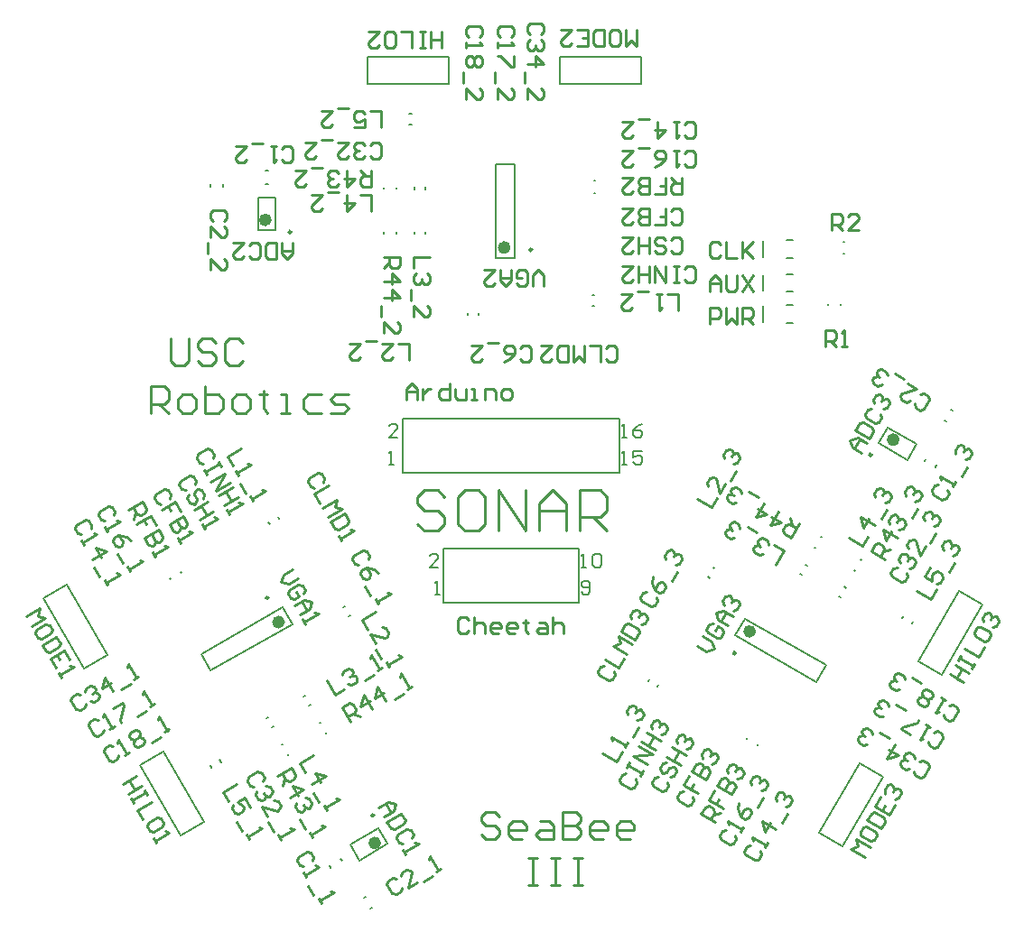
<source format=gto>
%FSLAX23Y23*%
%MOIN*%
G70*
G01*
G75*
G04 Layer_Color=65535*
%ADD10R,0.057X0.065*%
G04:AMPARAMS|DCode=11|XSize=14mil|YSize=87mil|CornerRadius=0mil|HoleSize=0mil|Usage=FLASHONLY|Rotation=30.000|XOffset=0mil|YOffset=0mil|HoleType=Round|Shape=Rectangle|*
%AMROTATEDRECTD11*
4,1,4,0.016,-0.041,-0.028,0.034,-0.016,0.041,0.028,-0.034,0.016,-0.041,0.0*
%
%ADD11ROTATEDRECTD11*%

G04:AMPARAMS|DCode=12|XSize=55mil|YSize=47mil|CornerRadius=0mil|HoleSize=0mil|Usage=FLASHONLY|Rotation=210.000|XOffset=0mil|YOffset=0mil|HoleType=Round|Shape=Rectangle|*
%AMROTATEDRECTD12*
4,1,4,0.012,0.034,0.036,-0.007,-0.012,-0.034,-0.036,0.007,0.012,0.034,0.0*
%
%ADD12ROTATEDRECTD12*%

G04:AMPARAMS|DCode=13|XSize=12mil|YSize=35mil|CornerRadius=0mil|HoleSize=0mil|Usage=FLASHONLY|Rotation=30.000|XOffset=0mil|YOffset=0mil|HoleType=Round|Shape=Rectangle|*
%AMROTATEDRECTD13*
4,1,4,0.004,-0.018,-0.014,0.012,-0.004,0.018,0.014,-0.012,0.004,-0.018,0.0*
%
%ADD13ROTATEDRECTD13*%

G04:AMPARAMS|DCode=14|XSize=47mil|YSize=31mil|CornerRadius=0mil|HoleSize=0mil|Usage=FLASHONLY|Rotation=210.000|XOffset=0mil|YOffset=0mil|HoleType=Round|Shape=Rectangle|*
%AMROTATEDRECTD14*
4,1,4,0.013,0.025,0.028,-0.002,-0.013,-0.025,-0.028,0.002,0.013,0.025,0.0*
%
%ADD14ROTATEDRECTD14*%

G04:AMPARAMS|DCode=15|XSize=53mil|YSize=41mil|CornerRadius=0mil|HoleSize=0mil|Usage=FLASHONLY|Rotation=210.000|XOffset=0mil|YOffset=0mil|HoleType=Round|Shape=Rectangle|*
%AMROTATEDRECTD15*
4,1,4,0.013,0.031,0.033,-0.005,-0.013,-0.031,-0.033,0.005,0.013,0.031,0.0*
%
%ADD15ROTATEDRECTD15*%

G04:AMPARAMS|DCode=16|XSize=59mil|YSize=49mil|CornerRadius=0mil|HoleSize=0mil|Usage=FLASHONLY|Rotation=210.000|XOffset=0mil|YOffset=0mil|HoleType=Round|Shape=Rectangle|*
%AMROTATEDRECTD16*
4,1,4,0.013,0.036,0.038,-0.007,-0.013,-0.036,-0.038,0.007,0.013,0.036,0.0*
%
%ADD16ROTATEDRECTD16*%

G04:AMPARAMS|DCode=17|XSize=59mil|YSize=49mil|CornerRadius=0mil|HoleSize=0mil|Usage=FLASHONLY|Rotation=300.000|XOffset=0mil|YOffset=0mil|HoleType=Round|Shape=Rectangle|*
%AMROTATEDRECTD17*
4,1,4,-0.036,0.013,0.007,0.038,0.036,-0.013,-0.007,-0.038,-0.036,0.013,0.0*
%
%ADD17ROTATEDRECTD17*%

%ADD18R,0.055X0.047*%
G04:AMPARAMS|DCode=19|XSize=55mil|YSize=47mil|CornerRadius=0mil|HoleSize=0mil|Usage=FLASHONLY|Rotation=120.000|XOffset=0mil|YOffset=0mil|HoleType=Round|Shape=Rectangle|*
%AMROTATEDRECTD19*
4,1,4,0.034,-0.012,-0.007,-0.036,-0.034,0.012,0.007,0.036,0.034,-0.012,0.0*
%
%ADD19ROTATEDRECTD19*%

G04:AMPARAMS|DCode=20|XSize=55mil|YSize=47mil|CornerRadius=0mil|HoleSize=0mil|Usage=FLASHONLY|Rotation=240.000|XOffset=0mil|YOffset=0mil|HoleType=Round|Shape=Rectangle|*
%AMROTATEDRECTD20*
4,1,4,-0.007,0.036,0.034,0.012,0.007,-0.036,-0.034,-0.012,-0.007,0.036,0.0*
%
%ADD20ROTATEDRECTD20*%

%ADD21R,0.047X0.055*%
G04:AMPARAMS|DCode=22|XSize=55mil|YSize=47mil|CornerRadius=0mil|HoleSize=0mil|Usage=FLASHONLY|Rotation=330.000|XOffset=0mil|YOffset=0mil|HoleType=Round|Shape=Rectangle|*
%AMROTATEDRECTD22*
4,1,4,-0.036,-0.007,-0.012,0.034,0.036,0.007,0.012,-0.034,-0.036,-0.007,0.0*
%
%ADD22ROTATEDRECTD22*%

%ADD23R,0.035X0.012*%
G04:AMPARAMS|DCode=24|XSize=12mil|YSize=35mil|CornerRadius=0mil|HoleSize=0mil|Usage=FLASHONLY|Rotation=150.000|XOffset=0mil|YOffset=0mil|HoleType=Round|Shape=Rectangle|*
%AMROTATEDRECTD24*
4,1,4,0.014,0.012,-0.004,-0.018,-0.014,-0.012,0.004,0.018,0.014,0.012,0.0*
%
%ADD24ROTATEDRECTD24*%

%ADD25R,0.053X0.041*%
G04:AMPARAMS|DCode=26|XSize=53mil|YSize=41mil|CornerRadius=0mil|HoleSize=0mil|Usage=FLASHONLY|Rotation=120.000|XOffset=0mil|YOffset=0mil|HoleType=Round|Shape=Rectangle|*
%AMROTATEDRECTD26*
4,1,4,0.031,-0.013,-0.005,-0.033,-0.031,0.013,0.005,0.033,0.031,-0.013,0.0*
%
%ADD26ROTATEDRECTD26*%

G04:AMPARAMS|DCode=27|XSize=53mil|YSize=41mil|CornerRadius=0mil|HoleSize=0mil|Usage=FLASHONLY|Rotation=240.000|XOffset=0mil|YOffset=0mil|HoleType=Round|Shape=Rectangle|*
%AMROTATEDRECTD27*
4,1,4,-0.005,0.033,0.031,0.013,0.005,-0.033,-0.031,-0.013,-0.005,0.033,0.0*
%
%ADD27ROTATEDRECTD27*%

%ADD28R,0.047X0.031*%
G04:AMPARAMS|DCode=29|XSize=47mil|YSize=31mil|CornerRadius=0mil|HoleSize=0mil|Usage=FLASHONLY|Rotation=300.000|XOffset=0mil|YOffset=0mil|HoleType=Round|Shape=Rectangle|*
%AMROTATEDRECTD29*
4,1,4,-0.025,0.013,0.002,0.028,0.025,-0.013,-0.002,-0.028,-0.025,0.013,0.0*
%
%ADD29ROTATEDRECTD29*%

G04:AMPARAMS|DCode=30|XSize=47mil|YSize=31mil|CornerRadius=0mil|HoleSize=0mil|Usage=FLASHONLY|Rotation=60.000|XOffset=0mil|YOffset=0mil|HoleType=Round|Shape=Rectangle|*
%AMROTATEDRECTD30*
4,1,4,0.002,-0.028,-0.025,-0.013,-0.002,0.028,0.025,0.013,0.002,-0.028,0.0*
%
%ADD30ROTATEDRECTD30*%

%ADD31R,0.059X0.049*%
%ADD32R,0.049X0.059*%
G04:AMPARAMS|DCode=33|XSize=59mil|YSize=49mil|CornerRadius=0mil|HoleSize=0mil|Usage=FLASHONLY|Rotation=60.000|XOffset=0mil|YOffset=0mil|HoleType=Round|Shape=Rectangle|*
%AMROTATEDRECTD33*
4,1,4,0.007,-0.038,-0.036,-0.013,-0.007,0.038,0.036,0.013,0.007,-0.038,0.0*
%
%ADD33ROTATEDRECTD33*%

G04:AMPARAMS|DCode=34|XSize=59mil|YSize=49mil|CornerRadius=0mil|HoleSize=0mil|Usage=FLASHONLY|Rotation=150.000|XOffset=0mil|YOffset=0mil|HoleType=Round|Shape=Rectangle|*
%AMROTATEDRECTD34*
4,1,4,0.038,0.007,0.013,-0.036,-0.038,-0.007,-0.013,0.036,0.038,0.007,0.0*
%
%ADD34ROTATEDRECTD34*%

%ADD35R,0.087X0.014*%
G04:AMPARAMS|DCode=36|XSize=14mil|YSize=87mil|CornerRadius=0mil|HoleSize=0mil|Usage=FLASHONLY|Rotation=150.000|XOffset=0mil|YOffset=0mil|HoleType=Round|Shape=Rectangle|*
%AMROTATEDRECTD36*
4,1,4,0.028,0.034,-0.016,-0.041,-0.028,-0.034,0.016,0.041,0.028,0.034,0.0*
%
%ADD36ROTATEDRECTD36*%

G04:AMPARAMS|DCode=37|XSize=47mil|YSize=31mil|CornerRadius=0mil|HoleSize=0mil|Usage=FLASHONLY|Rotation=330.000|XOffset=0mil|YOffset=0mil|HoleType=Round|Shape=Rectangle|*
%AMROTATEDRECTD37*
4,1,4,-0.028,-0.002,-0.013,0.025,0.028,0.002,0.013,-0.025,-0.028,-0.002,0.0*
%
%ADD37ROTATEDRECTD37*%

G04:AMPARAMS|DCode=38|XSize=53mil|YSize=41mil|CornerRadius=0mil|HoleSize=0mil|Usage=FLASHONLY|Rotation=330.000|XOffset=0mil|YOffset=0mil|HoleType=Round|Shape=Rectangle|*
%AMROTATEDRECTD38*
4,1,4,-0.033,-0.005,-0.013,0.031,0.033,0.005,0.013,-0.031,-0.033,-0.005,0.0*
%
%ADD38ROTATEDRECTD38*%

%ADD39R,0.031X0.047*%
%ADD40R,0.041X0.053*%
%ADD41C,0.010*%
%ADD42C,0.130*%
%ADD43C,0.060*%
%ADD44P,0.084X4X165.0*%
%ADD45C,0.059*%
%ADD46R,0.059X0.059*%
%ADD47P,0.084X4X285.0*%
%ADD48C,0.050*%
%ADD49R,0.045X0.024*%
%ADD50R,0.077X0.049*%
%ADD51R,0.049X0.077*%
%ADD52C,0.024*%
%ADD53C,0.010*%
%ADD54C,0.008*%
%ADD55C,0.008*%
D41*
X10735Y1710D02*
X10768D01*
X10752D01*
Y1610D01*
X10735D01*
X10768D01*
X10818Y1710D02*
X10852D01*
X10835D01*
Y1610D01*
X10818D01*
X10852D01*
X10902Y1710D02*
X10935D01*
X10918D01*
Y1610D01*
X10902D01*
X10935D01*
X10627Y1863D02*
X10610Y1880D01*
X10577D01*
X10560Y1863D01*
Y1847D01*
X10577Y1830D01*
X10610D01*
X10627Y1813D01*
Y1797D01*
X10610Y1780D01*
X10577D01*
X10560Y1797D01*
X10710Y1780D02*
X10677D01*
X10660Y1797D01*
Y1830D01*
X10677Y1847D01*
X10710D01*
X10727Y1830D01*
Y1813D01*
X10660D01*
X10777Y1847D02*
X10810D01*
X10827Y1830D01*
Y1780D01*
X10777D01*
X10760Y1797D01*
X10777Y1813D01*
X10827D01*
X10860Y1880D02*
Y1780D01*
X10910D01*
X10927Y1797D01*
Y1813D01*
X10910Y1830D01*
X10860D01*
X10910D01*
X10927Y1847D01*
Y1863D01*
X10910Y1880D01*
X10860D01*
X11010Y1780D02*
X10977D01*
X10960Y1797D01*
Y1830D01*
X10977Y1847D01*
X11010D01*
X11027Y1830D01*
Y1813D01*
X10960D01*
X11110Y1780D02*
X11076D01*
X11060Y1797D01*
Y1830D01*
X11076Y1847D01*
X11110D01*
X11126Y1830D01*
Y1813D01*
X11060D01*
X9340Y3355D02*
Y3455D01*
X9390D01*
X9407Y3438D01*
Y3405D01*
X9390Y3388D01*
X9340D01*
X9373D02*
X9407Y3355D01*
X9457D02*
X9490D01*
X9507Y3372D01*
Y3405D01*
X9490Y3422D01*
X9457D01*
X9440Y3405D01*
Y3372D01*
X9457Y3355D01*
X9540Y3455D02*
Y3355D01*
X9590D01*
X9607Y3372D01*
Y3388D01*
Y3405D01*
X9590Y3422D01*
X9540D01*
X9657Y3355D02*
X9690D01*
X9707Y3372D01*
Y3405D01*
X9690Y3422D01*
X9657D01*
X9640Y3405D01*
Y3372D01*
X9657Y3355D01*
X9757Y3438D02*
Y3422D01*
X9740D01*
X9773D01*
X9757D01*
Y3372D01*
X9773Y3355D01*
X9823D02*
X9856D01*
X9840D01*
Y3422D01*
X9823D01*
X9973D02*
X9923D01*
X9906Y3405D01*
Y3372D01*
X9923Y3355D01*
X9973D01*
X10006D02*
X10056D01*
X10073Y3372D01*
X10056Y3388D01*
X10023D01*
X10006Y3405D01*
X10023Y3422D01*
X10073D01*
X9415Y3630D02*
Y3547D01*
X9432Y3530D01*
X9465D01*
X9482Y3547D01*
Y3630D01*
X9582Y3613D02*
X9565Y3630D01*
X9532D01*
X9515Y3613D01*
Y3597D01*
X9532Y3580D01*
X9565D01*
X9582Y3563D01*
Y3547D01*
X9565Y3530D01*
X9532D01*
X9515Y3547D01*
X9682Y3613D02*
X9665Y3630D01*
X9632D01*
X9615Y3613D01*
Y3547D01*
X9632Y3530D01*
X9665D01*
X9682Y3547D01*
X10425Y3045D02*
X10400Y3070D01*
X10350D01*
X10325Y3045D01*
Y3020D01*
X10350Y2995D01*
X10400D01*
X10425Y2970D01*
Y2945D01*
X10400Y2920D01*
X10350D01*
X10325Y2945D01*
X10550Y3070D02*
X10500D01*
X10475Y3045D01*
Y2945D01*
X10500Y2920D01*
X10550D01*
X10575Y2945D01*
Y3045D01*
X10550Y3070D01*
X10625Y2920D02*
Y3070D01*
X10725Y2920D01*
Y3070D01*
X10775Y2920D02*
Y3020D01*
X10825Y3070D01*
X10875Y3020D01*
Y2920D01*
Y2995D01*
X10775D01*
X10925Y2920D02*
Y3070D01*
X11000D01*
X11025Y3045D01*
Y2995D01*
X11000Y2970D01*
X10925D01*
X10975D02*
X11025Y2920D01*
X11405Y3805D02*
Y3845D01*
X11425Y3865D01*
X11445Y3845D01*
Y3805D01*
Y3835D01*
X11405D01*
X11465Y3865D02*
Y3815D01*
X11475Y3805D01*
X11495D01*
X11505Y3815D01*
Y3865D01*
X11525D02*
X11565Y3805D01*
Y3865D02*
X11525Y3805D01*
X11405Y3685D02*
Y3745D01*
X11435D01*
X11445Y3735D01*
Y3715D01*
X11435Y3705D01*
X11405D01*
X11465Y3745D02*
Y3685D01*
X11485Y3705D01*
X11505Y3685D01*
Y3745D01*
X11525Y3685D02*
Y3745D01*
X11555D01*
X11565Y3735D01*
Y3715D01*
X11555Y3705D01*
X11525D01*
X11545D02*
X11565Y3685D01*
X11445Y3977D02*
X11435Y3987D01*
X11415D01*
X11405Y3977D01*
Y3937D01*
X11415Y3927D01*
X11435D01*
X11445Y3937D01*
X11465Y3987D02*
Y3927D01*
X11505D01*
X11525Y3987D02*
Y3927D01*
Y3947D01*
X11565Y3987D01*
X11535Y3957D01*
X11565Y3927D01*
X9147Y2219D02*
X9133Y2223D01*
X9116Y2213D01*
X9112Y2199D01*
X9132Y2165D01*
X9146Y2161D01*
X9163Y2171D01*
X9167Y2185D01*
X9189Y2186D02*
X9207Y2196D01*
X9198Y2191D01*
X9168Y2243D01*
X9164Y2229D01*
X9203Y2263D02*
X9237Y2283D01*
X9242Y2274D01*
X9228Y2220D01*
X9233Y2211D01*
X9290Y2232D02*
X9324Y2252D01*
X9337Y2271D02*
X9354Y2281D01*
X9345Y2276D01*
X9315Y2328D01*
X9312Y2314D01*
X9202Y2124D02*
X9188Y2128D01*
X9171Y2118D01*
X9167Y2104D01*
X9187Y2069D01*
X9201Y2066D01*
X9218Y2076D01*
X9222Y2089D01*
X9244Y2091D02*
X9262Y2101D01*
X9253Y2096D01*
X9223Y2148D01*
X9219Y2134D01*
X9263Y2159D02*
X9266Y2173D01*
X9284Y2183D01*
X9297Y2179D01*
X9302Y2170D01*
X9299Y2157D01*
X9312Y2153D01*
X9317Y2144D01*
X9314Y2131D01*
X9296Y2121D01*
X9283Y2124D01*
X9278Y2133D01*
X9281Y2147D01*
X9268Y2150D01*
X9263Y2159D01*
X9281Y2147D02*
X9299Y2157D01*
X9345Y2137D02*
X9379Y2157D01*
X9392Y2176D02*
X9409Y2186D01*
X9400Y2181D01*
X9370Y2233D01*
X9367Y2219D01*
X9756Y1994D02*
X9760Y2008D01*
X9750Y2025D01*
X9736Y2029D01*
X9702Y2009D01*
X9698Y1995D01*
X9708Y1978D01*
X9722Y1974D01*
X9766Y1977D02*
X9780Y1973D01*
X9790Y1956D01*
X9786Y1942D01*
X9778Y1937D01*
X9764Y1941D01*
X9759Y1949D01*
X9764Y1941D01*
X9760Y1927D01*
X9752Y1922D01*
X9738Y1926D01*
X9728Y1943D01*
X9732Y1957D01*
X9773Y1865D02*
X9753Y1900D01*
X9808Y1885D01*
X9816Y1890D01*
X9820Y1904D01*
X9810Y1921D01*
X9796Y1925D01*
X9774Y1843D02*
X9794Y1808D01*
X9813Y1796D02*
X9823Y1778D01*
X9818Y1787D01*
X9870Y1817D01*
X9856Y1821D01*
X9413Y3038D02*
X9416Y3052D01*
X9406Y3069D01*
X9393Y3073D01*
X9358Y3053D01*
X9355Y3039D01*
X9365Y3022D01*
X9378Y3018D01*
X9451Y2991D02*
X9431Y3026D01*
X9406Y3011D01*
X9416Y2993D01*
X9406Y3011D01*
X9380Y2996D01*
X9461Y2974D02*
X9410Y2944D01*
X9425Y2918D01*
X9438Y2914D01*
X9447Y2919D01*
X9451Y2933D01*
X9436Y2959D01*
X9451Y2933D01*
X9464Y2929D01*
X9473Y2934D01*
X9476Y2948D01*
X9461Y2974D01*
X9440Y2892D02*
X9450Y2875D01*
X9445Y2883D01*
X9496Y2913D01*
X9483Y2917D01*
X9571Y3187D02*
X9575Y3201D01*
X9565Y3218D01*
X9551Y3222D01*
X9516Y3202D01*
X9513Y3188D01*
X9523Y3171D01*
X9536Y3167D01*
X9590Y3175D02*
X9600Y3157D01*
X9595Y3166D01*
X9543Y3136D01*
X9538Y3145D01*
X9548Y3127D01*
X9563Y3101D02*
X9615Y3131D01*
X9583Y3067D01*
X9635Y3097D01*
X9645Y3079D02*
X9593Y3049D01*
X9619Y3064D01*
X9639Y3030D01*
X9665Y3045D01*
X9613Y3015D01*
X9623Y2998D02*
X9633Y2980D01*
X9628Y2989D01*
X9680Y3019D01*
X9666Y3023D01*
X9979Y3098D02*
X9983Y3112D01*
X9973Y3129D01*
X9959Y3133D01*
X9924Y3113D01*
X9921Y3099D01*
X9931Y3082D01*
X9944Y3078D01*
X9998Y3086D02*
X9946Y3056D01*
X9966Y3021D01*
X9976Y3004D02*
X10028Y3034D01*
X10020Y3007D01*
X10048Y2999D01*
X9996Y2969D01*
X10058Y2982D02*
X10006Y2952D01*
X10021Y2926D01*
X10034Y2922D01*
X10069Y2942D01*
X10073Y2956D01*
X10058Y2982D01*
X10036Y2900D02*
X10046Y2883D01*
X10041Y2891D01*
X10093Y2921D01*
X10079Y2925D01*
X9505Y3090D02*
X9508Y3104D01*
X9498Y3121D01*
X9485Y3124D01*
X9450Y3104D01*
X9446Y3091D01*
X9456Y3074D01*
X9470Y3070D01*
X9535Y3038D02*
X9538Y3052D01*
X9528Y3069D01*
X9515Y3073D01*
X9506Y3068D01*
X9502Y3054D01*
X9512Y3037D01*
X9509Y3023D01*
X9500Y3018D01*
X9486Y3022D01*
X9476Y3039D01*
X9480Y3053D01*
X9553Y3026D02*
X9501Y2996D01*
X9527Y3011D01*
X9547Y2976D01*
X9573Y2991D01*
X9521Y2961D01*
X9531Y2944D02*
X9541Y2926D01*
X9536Y2935D01*
X9588Y2965D01*
X9575Y2969D01*
X9676Y3223D02*
X9624Y3193D01*
X9644Y3159D01*
X9654Y3141D02*
X9664Y3124D01*
X9659Y3133D01*
X9711Y3163D01*
X9697Y3166D01*
X9670Y3093D02*
X9690Y3058D01*
X9709Y3046D02*
X9719Y3029D01*
X9714Y3037D01*
X9766Y3067D01*
X9752Y3071D01*
X9658Y1984D02*
X9607Y1954D01*
X9627Y1919D01*
X9708Y1897D02*
X9688Y1932D01*
X9662Y1917D01*
X9681Y1904D01*
X9686Y1896D01*
X9682Y1882D01*
X9665Y1872D01*
X9652Y1876D01*
X9642Y1893D01*
X9645Y1907D01*
X9658Y1845D02*
X9678Y1810D01*
X9696Y1798D02*
X9706Y1780D01*
X9701Y1789D01*
X9753Y1819D01*
X9740Y1823D01*
X9258Y2996D02*
X9310Y3026D01*
X9325Y3000D01*
X9321Y2986D01*
X9304Y2976D01*
X9290Y2980D01*
X9275Y3006D01*
X9285Y2989D02*
X9278Y2961D01*
X9360Y2939D02*
X9340Y2974D01*
X9314Y2959D01*
X9324Y2942D01*
X9314Y2959D01*
X9288Y2944D01*
X9370Y2922D02*
X9318Y2892D01*
X9333Y2866D01*
X9347Y2862D01*
X9355Y2867D01*
X9359Y2881D01*
X9344Y2907D01*
X9359Y2881D01*
X9373Y2877D01*
X9381Y2882D01*
X9385Y2896D01*
X9370Y2922D01*
X9348Y2840D02*
X9358Y2823D01*
X9353Y2831D01*
X9405Y2861D01*
X9391Y2865D01*
X10183Y1897D02*
X10217Y1917D01*
X10245Y1910D01*
X10237Y1883D01*
X10203Y1863D01*
X10229Y1878D01*
X10209Y1912D01*
X10265Y1875D02*
X10213Y1845D01*
X10228Y1819D01*
X10241Y1816D01*
X10276Y1836D01*
X10280Y1849D01*
X10265Y1875D01*
X10306Y1784D02*
X10310Y1797D01*
X10300Y1815D01*
X10286Y1818D01*
X10251Y1798D01*
X10248Y1785D01*
X10258Y1767D01*
X10271Y1764D01*
X10273Y1741D02*
X10283Y1724D01*
X10278Y1733D01*
X10330Y1763D01*
X10316Y1766D01*
X9865Y3985D02*
Y3945D01*
X9845Y3925D01*
X9825Y3945D01*
Y3985D01*
Y3955D01*
X9865D01*
X9805Y3925D02*
Y3985D01*
X9775D01*
X9765Y3975D01*
Y3935D01*
X9775Y3925D01*
X9805D01*
X9705Y3935D02*
X9715Y3925D01*
X9735D01*
X9745Y3935D01*
Y3975D01*
X9735Y3985D01*
X9715D01*
X9705Y3975D01*
X9645Y3985D02*
X9685D01*
X9645Y3945D01*
Y3935D01*
X9655Y3925D01*
X9675D01*
X9685Y3935D01*
X11964Y3208D02*
X11930Y3228D01*
X11922Y3255D01*
X11950Y3262D01*
X11984Y3242D01*
X11958Y3257D01*
X11938Y3223D01*
X11942Y3290D02*
X11994Y3260D01*
X12009Y3286D01*
X12006Y3299D01*
X11971Y3319D01*
X11957Y3316D01*
X11942Y3290D01*
X12001Y3371D02*
X11987Y3368D01*
X11977Y3350D01*
X11981Y3337D01*
X12016Y3317D01*
X12029Y3320D01*
X12039Y3338D01*
X12036Y3351D01*
X12011Y3389D02*
X12007Y3402D01*
X12017Y3420D01*
X12031Y3423D01*
X12040Y3418D01*
X12043Y3405D01*
X12038Y3396D01*
X12043Y3405D01*
X12057Y3408D01*
X12066Y3403D01*
X12069Y3390D01*
X12059Y3372D01*
X12046Y3369D01*
X10285Y3405D02*
Y3445D01*
X10305Y3465D01*
X10325Y3445D01*
Y3405D01*
Y3435D01*
X10285D01*
X10345Y3445D02*
Y3405D01*
Y3425D01*
X10355Y3435D01*
X10365Y3445D01*
X10375D01*
X10445Y3465D02*
Y3405D01*
X10415D01*
X10405Y3415D01*
Y3435D01*
X10415Y3445D01*
X10445D01*
X10465D02*
Y3415D01*
X10475Y3405D01*
X10505D01*
Y3445D01*
X10525Y3405D02*
X10545D01*
X10535D01*
Y3445D01*
X10525D01*
X10575Y3405D02*
Y3445D01*
X10605D01*
X10615Y3435D01*
Y3405D01*
X10645D02*
X10665D01*
X10675Y3415D01*
Y3435D01*
X10665Y3445D01*
X10645D01*
X10635Y3435D01*
Y3415D01*
X10645Y3405D01*
X9939Y1699D02*
X9943Y1713D01*
X9933Y1730D01*
X9919Y1734D01*
X9885Y1714D01*
X9881Y1700D01*
X9891Y1683D01*
X9905Y1679D01*
X9906Y1657D02*
X9916Y1639D01*
X9911Y1648D01*
X9963Y1678D01*
X9949Y1682D01*
X9922Y1608D02*
X9942Y1574D01*
X9961Y1561D02*
X9971Y1544D01*
X9966Y1553D01*
X10018Y1583D01*
X10004Y1586D01*
X9825Y4290D02*
X9835Y4280D01*
X9855D01*
X9865Y4290D01*
Y4330D01*
X9855Y4340D01*
X9835D01*
X9825Y4330D01*
X9805Y4340D02*
X9785D01*
X9795D01*
Y4280D01*
X9805Y4290D01*
X9755Y4350D02*
X9715D01*
X9655Y4340D02*
X9695D01*
X9655Y4300D01*
Y4290D01*
X9665Y4280D01*
X9685D01*
X9695Y4290D01*
X12248Y3090D02*
X12235Y3086D01*
X12225Y3069D01*
X12228Y3055D01*
X12263Y3035D01*
X12277Y3039D01*
X12287Y3056D01*
X12283Y3070D01*
X12302Y3082D02*
X12312Y3100D01*
X12307Y3091D01*
X12255Y3121D01*
X12258Y3107D01*
X12335Y3121D02*
X12355Y3155D01*
X12313Y3202D02*
X12310Y3216D01*
X12320Y3233D01*
X12333Y3237D01*
X12342Y3232D01*
X12346Y3218D01*
X12341Y3210D01*
X12346Y3218D01*
X12359Y3222D01*
X12368Y3217D01*
X12372Y3203D01*
X12362Y3186D01*
X12348Y3182D01*
X10248Y1635D02*
X10234Y1638D01*
X10217Y1628D01*
X10213Y1615D01*
X10233Y1580D01*
X10247Y1576D01*
X10264Y1586D01*
X10268Y1600D01*
X10325Y1621D02*
X10290Y1601D01*
X10305Y1656D01*
X10300Y1665D01*
X10286Y1668D01*
X10269Y1658D01*
X10265Y1645D01*
X10347Y1623D02*
X10382Y1643D01*
X10394Y1661D02*
X10411Y1671D01*
X10403Y1666D01*
X10373Y1718D01*
X10369Y1705D01*
X9610Y4065D02*
X9620Y4075D01*
Y4095D01*
X9610Y4105D01*
X9570D01*
X9560Y4095D01*
Y4075D01*
X9570Y4065D01*
X9560Y4005D02*
Y4045D01*
X9600Y4005D01*
X9610D01*
X9620Y4015D01*
Y4035D01*
X9610Y4045D01*
X9550Y3985D02*
Y3945D01*
X9560Y3885D02*
Y3925D01*
X9600Y3885D01*
X9610D01*
X9620Y3895D01*
Y3915D01*
X9610Y3925D01*
X12161Y3389D02*
X12165Y3375D01*
X12182Y3365D01*
X12196Y3369D01*
X12216Y3403D01*
X12212Y3417D01*
X12195Y3427D01*
X12181Y3423D01*
X12134Y3462D02*
X12169Y3442D01*
X12114Y3427D01*
X12109Y3419D01*
X12113Y3405D01*
X12130Y3395D01*
X12144Y3399D01*
X12122Y3481D02*
X12087Y3501D01*
X12040Y3459D02*
X12026Y3455D01*
X12009Y3465D01*
X12005Y3479D01*
X12010Y3487D01*
X12024Y3491D01*
X12033Y3486D01*
X12024Y3491D01*
X12020Y3505D01*
X12025Y3513D01*
X12039Y3517D01*
X12056Y3507D01*
X12060Y3493D01*
X10144Y2812D02*
X10148Y2826D01*
X10138Y2843D01*
X10124Y2847D01*
X10089Y2827D01*
X10086Y2813D01*
X10096Y2796D01*
X10109Y2792D01*
X10183Y2765D02*
X10164Y2778D01*
X10137Y2785D01*
X10119Y2775D01*
X10116Y2761D01*
X10126Y2744D01*
X10139Y2740D01*
X10148Y2745D01*
X10152Y2759D01*
X10137Y2785D01*
X10132Y2713D02*
X10152Y2679D01*
X10171Y2666D02*
X10181Y2649D01*
X10176Y2658D01*
X10228Y2688D01*
X10214Y2691D01*
X10705Y3555D02*
X10715Y3545D01*
X10735D01*
X10745Y3555D01*
Y3595D01*
X10735Y3605D01*
X10715D01*
X10705Y3595D01*
X10645Y3545D02*
X10665Y3555D01*
X10685Y3575D01*
Y3595D01*
X10675Y3605D01*
X10655D01*
X10645Y3595D01*
Y3585D01*
X10655Y3575D01*
X10685D01*
X10625Y3615D02*
X10585D01*
X10525Y3605D02*
X10565D01*
X10525Y3565D01*
Y3555D01*
X10535Y3545D01*
X10555D01*
X10565Y3555D01*
X11173Y2693D02*
X11159Y2690D01*
X11149Y2672D01*
X11153Y2659D01*
X11188Y2639D01*
X11201Y2642D01*
X11211Y2660D01*
X11208Y2673D01*
X11194Y2750D02*
X11193Y2728D01*
X11200Y2701D01*
X11218Y2691D01*
X11231Y2694D01*
X11241Y2711D01*
X11238Y2725D01*
X11229Y2730D01*
X11215Y2726D01*
X11200Y2701D01*
X11265Y2732D02*
X11285Y2767D01*
X11243Y2814D02*
X11239Y2828D01*
X11249Y2845D01*
X11263Y2849D01*
X11272Y2844D01*
X11275Y2830D01*
X11270Y2822D01*
X11275Y2830D01*
X11289Y2834D01*
X11298Y2829D01*
X11301Y2815D01*
X11291Y2798D01*
X11278Y2794D01*
X9120Y2927D02*
X9123Y2940D01*
X9113Y2958D01*
X9100Y2961D01*
X9065Y2941D01*
X9061Y2928D01*
X9071Y2910D01*
X9085Y2907D01*
X9086Y2884D02*
X9096Y2867D01*
X9091Y2876D01*
X9143Y2906D01*
X9130Y2909D01*
X9126Y2815D02*
X9178Y2845D01*
X9137Y2856D01*
X9157Y2821D01*
X9133Y2784D02*
X9153Y2749D01*
X9171Y2737D02*
X9181Y2720D01*
X9176Y2728D01*
X9228Y2758D01*
X9215Y2762D01*
X11310Y4380D02*
X11320Y4370D01*
X11340D01*
X11350Y4380D01*
Y4420D01*
X11340Y4430D01*
X11320D01*
X11310Y4420D01*
X11290Y4430D02*
X11270D01*
X11280D01*
Y4370D01*
X11290Y4380D01*
X11210Y4430D02*
Y4370D01*
X11240Y4400D01*
X11200D01*
X11180Y4440D02*
X11140D01*
X11080Y4430D02*
X11120D01*
X11080Y4390D01*
Y4380D01*
X11090Y4370D01*
X11110D01*
X11120Y4380D01*
X11556Y1756D02*
X11542Y1753D01*
X11532Y1735D01*
X11536Y1722D01*
X11570Y1702D01*
X11584Y1705D01*
X11594Y1723D01*
X11590Y1736D01*
X11609Y1749D02*
X11619Y1766D01*
X11614Y1757D01*
X11562Y1787D01*
X11566Y1774D01*
X11649Y1818D02*
X11597Y1848D01*
X11608Y1807D01*
X11628Y1841D01*
X11673Y1839D02*
X11693Y1873D01*
X11651Y1921D02*
X11647Y1934D01*
X11657Y1952D01*
X11671Y1955D01*
X11679Y1950D01*
X11683Y1937D01*
X11678Y1928D01*
X11683Y1937D01*
X11697Y1940D01*
X11705Y1935D01*
X11709Y1922D01*
X11699Y1904D01*
X11685Y1901D01*
X9205Y2976D02*
X9208Y2989D01*
X9198Y3007D01*
X9185Y3010D01*
X9150Y2990D01*
X9147Y2977D01*
X9157Y2959D01*
X9170Y2956D01*
X9171Y2933D02*
X9181Y2916D01*
X9176Y2925D01*
X9228Y2955D01*
X9215Y2958D01*
X9268Y2885D02*
X9250Y2898D01*
X9222Y2905D01*
X9205Y2895D01*
X9201Y2881D01*
X9211Y2864D01*
X9225Y2860D01*
X9234Y2865D01*
X9237Y2879D01*
X9222Y2905D01*
X9218Y2833D02*
X9238Y2799D01*
X9256Y2786D02*
X9266Y2769D01*
X9261Y2778D01*
X9313Y2808D01*
X9300Y2811D01*
X11310Y4273D02*
X11320Y4263D01*
X11340D01*
X11350Y4273D01*
Y4313D01*
X11340Y4323D01*
X11320D01*
X11310Y4313D01*
X11290Y4323D02*
X11270D01*
X11280D01*
Y4263D01*
X11290Y4273D01*
X11200Y4263D02*
X11220Y4273D01*
X11240Y4293D01*
Y4313D01*
X11230Y4323D01*
X11210D01*
X11200Y4313D01*
Y4303D01*
X11210Y4293D01*
X11240D01*
X11180Y4333D02*
X11140D01*
X11080Y4323D02*
X11120D01*
X11080Y4283D01*
Y4273D01*
X11090Y4263D01*
X11110D01*
X11120Y4273D01*
X11464Y1815D02*
X11451Y1811D01*
X11441Y1794D01*
X11444Y1780D01*
X11479Y1760D01*
X11493Y1764D01*
X11503Y1781D01*
X11499Y1795D01*
X11518Y1807D02*
X11528Y1824D01*
X11523Y1816D01*
X11471Y1846D01*
X11474Y1832D01*
X11511Y1915D02*
X11509Y1893D01*
X11517Y1865D01*
X11534Y1855D01*
X11548Y1859D01*
X11558Y1876D01*
X11554Y1890D01*
X11545Y1895D01*
X11532Y1891D01*
X11517Y1865D01*
X11581Y1897D02*
X11601Y1932D01*
X11559Y1979D02*
X11556Y1993D01*
X11566Y2010D01*
X11579Y2014D01*
X11588Y2009D01*
X11592Y1995D01*
X11587Y1987D01*
X11592Y1995D01*
X11605Y1999D01*
X11614Y1994D01*
X11618Y1980D01*
X11608Y1963D01*
X11594Y1959D01*
X9081Y2314D02*
X9067Y2318D01*
X9050Y2308D01*
X9046Y2294D01*
X9066Y2259D01*
X9080Y2256D01*
X9097Y2266D01*
X9101Y2279D01*
X9098Y2324D02*
X9102Y2338D01*
X9119Y2348D01*
X9133Y2344D01*
X9138Y2335D01*
X9134Y2322D01*
X9125Y2317D01*
X9134Y2322D01*
X9148Y2318D01*
X9153Y2309D01*
X9149Y2296D01*
X9132Y2286D01*
X9118Y2289D01*
X9201Y2326D02*
X9171Y2378D01*
X9160Y2337D01*
X9195Y2357D01*
X9232Y2332D02*
X9267Y2352D01*
X9279Y2371D02*
X9296Y2381D01*
X9288Y2376D01*
X9258Y2428D01*
X9254Y2414D01*
X10780Y4755D02*
X10790Y4765D01*
Y4785D01*
X10780Y4795D01*
X10740D01*
X10730Y4785D01*
Y4765D01*
X10740Y4755D01*
X10780Y4735D02*
X10790Y4725D01*
Y4705D01*
X10780Y4695D01*
X10770D01*
X10760Y4705D01*
Y4715D01*
Y4705D01*
X10750Y4695D01*
X10740D01*
X10730Y4705D01*
Y4725D01*
X10740Y4735D01*
X10730Y4645D02*
X10790D01*
X10760Y4675D01*
Y4635D01*
X10720Y4615D02*
Y4575D01*
X10730Y4515D02*
Y4555D01*
X10770Y4515D01*
X10780D01*
X10790Y4525D01*
Y4545D01*
X10780Y4555D01*
X12159Y2031D02*
X12163Y2018D01*
X12180Y2008D01*
X12194Y2011D01*
X12214Y2046D01*
X12210Y2060D01*
X12193Y2070D01*
X12179Y2066D01*
X12142Y2041D02*
X12128Y2038D01*
X12111Y2048D01*
X12107Y2061D01*
X12112Y2070D01*
X12126Y2074D01*
X12135Y2069D01*
X12126Y2074D01*
X12122Y2087D01*
X12127Y2096D01*
X12141Y2100D01*
X12158Y2090D01*
X12162Y2076D01*
X12089Y2130D02*
X12059Y2078D01*
X12100Y2089D01*
X12065Y2109D01*
X12068Y2153D02*
X12033Y2173D01*
X11986Y2131D02*
X11972Y2128D01*
X11955Y2138D01*
X11951Y2151D01*
X11956Y2160D01*
X11970Y2164D01*
X11979Y2159D01*
X11970Y2164D01*
X11966Y2177D01*
X11971Y2186D01*
X11985Y2190D01*
X12002Y2180D01*
X12006Y2166D01*
X10515Y2590D02*
X10505Y2600D01*
X10485D01*
X10475Y2590D01*
Y2550D01*
X10485Y2540D01*
X10505D01*
X10515Y2550D01*
X10535Y2600D02*
Y2540D01*
Y2570D01*
X10545Y2580D01*
X10565D01*
X10575Y2570D01*
Y2540D01*
X10625D02*
X10605D01*
X10595Y2550D01*
Y2570D01*
X10605Y2580D01*
X10625D01*
X10635Y2570D01*
Y2560D01*
X10595D01*
X10685Y2540D02*
X10665D01*
X10655Y2550D01*
Y2570D01*
X10665Y2580D01*
X10685D01*
X10695Y2570D01*
Y2560D01*
X10655D01*
X10725Y2590D02*
Y2580D01*
X10715D01*
X10735D01*
X10725D01*
Y2550D01*
X10735Y2540D01*
X10775Y2580D02*
X10795D01*
X10805Y2570D01*
Y2540D01*
X10775D01*
X10765Y2550D01*
X10775Y2560D01*
X10805D01*
X10825Y2600D02*
Y2540D01*
Y2570D01*
X10835Y2580D01*
X10855D01*
X10865Y2570D01*
Y2540D01*
X9289Y2013D02*
X9237Y1983D01*
X9263Y1998D01*
X9283Y1963D01*
X9309Y1978D01*
X9257Y1948D01*
X9319Y1961D02*
X9329Y1944D01*
X9324Y1952D01*
X9272Y1922D01*
X9267Y1931D01*
X9277Y1914D01*
X9344Y1918D02*
X9292Y1888D01*
X9312Y1853D01*
X9389Y1840D02*
X9379Y1857D01*
X9366Y1861D01*
X9331Y1841D01*
X9327Y1827D01*
X9337Y1810D01*
X9351Y1806D01*
X9386Y1826D01*
X9389Y1840D01*
X9352Y1784D02*
X9362Y1766D01*
X9357Y1775D01*
X9409Y1805D01*
X9396Y1809D01*
X10415Y4705D02*
Y4765D01*
Y4735D01*
X10375D01*
Y4705D01*
Y4765D01*
X10355Y4705D02*
X10335D01*
X10345D01*
Y4765D01*
X10355D01*
X10335D01*
X10305Y4705D02*
Y4765D01*
X10265D01*
X10215Y4705D02*
X10235D01*
X10245Y4715D01*
Y4755D01*
X10235Y4765D01*
X10215D01*
X10205Y4755D01*
Y4715D01*
X10215Y4705D01*
X10145Y4765D02*
X10185D01*
X10145Y4725D01*
Y4715D01*
X10155Y4705D01*
X10175D01*
X10185Y4715D01*
X12290Y2389D02*
X12342Y2359D01*
X12316Y2374D01*
X12336Y2408D01*
X12310Y2423D01*
X12362Y2393D01*
X12320Y2441D02*
X12330Y2458D01*
X12325Y2449D01*
X12377Y2419D01*
X12372Y2411D01*
X12382Y2428D01*
X12345Y2484D02*
X12397Y2454D01*
X12417Y2489D01*
X12390Y2562D02*
X12380Y2545D01*
X12384Y2531D01*
X12419Y2511D01*
X12432Y2515D01*
X12442Y2532D01*
X12439Y2546D01*
X12404Y2565D01*
X12390Y2562D01*
X12414Y2583D02*
X12410Y2596D01*
X12420Y2614D01*
X12434Y2617D01*
X12443Y2612D01*
X12446Y2599D01*
X12441Y2590D01*
X12446Y2599D01*
X12460Y2602D01*
X12469Y2597D01*
X12472Y2584D01*
X12462Y2566D01*
X12449Y2563D01*
X10173Y2620D02*
X10121Y2590D01*
X10141Y2555D01*
X10171Y2503D02*
X10151Y2538D01*
X10206Y2523D01*
X10215Y2528D01*
X10218Y2542D01*
X10208Y2559D01*
X10195Y2563D01*
X10173Y2481D02*
X10193Y2446D01*
X10211Y2434D02*
X10221Y2417D01*
X10216Y2425D01*
X10268Y2455D01*
X10255Y2459D01*
X10295Y3550D02*
Y3610D01*
X10255D01*
X10195D02*
X10235D01*
X10195Y3570D01*
Y3560D01*
X10205Y3550D01*
X10225D01*
X10235Y3560D01*
X10175Y3620D02*
X10135D01*
X10075Y3610D02*
X10115D01*
X10075Y3570D01*
Y3560D01*
X10085Y3550D01*
X10105D01*
X10115Y3560D01*
X11359Y3036D02*
X11411Y3006D01*
X11431Y3041D01*
X11461Y3093D02*
X11441Y3058D01*
X11427Y3113D01*
X11418Y3118D01*
X11404Y3114D01*
X11394Y3097D01*
X11398Y3083D01*
X11480Y3105D02*
X11500Y3139D01*
X11458Y3187D02*
X11454Y3200D01*
X11464Y3218D01*
X11478Y3221D01*
X11487Y3216D01*
X11490Y3203D01*
X11485Y3194D01*
X11490Y3203D01*
X11504Y3206D01*
X11513Y3201D01*
X11516Y3188D01*
X11506Y3170D01*
X11493Y3167D01*
X9992Y2366D02*
X10022Y2314D01*
X10056Y2334D01*
X10049Y2388D02*
X10052Y2401D01*
X10070Y2411D01*
X10083Y2408D01*
X10088Y2399D01*
X10085Y2385D01*
X10076Y2380D01*
X10085Y2385D01*
X10098Y2382D01*
X10103Y2373D01*
X10100Y2359D01*
X10082Y2349D01*
X10069Y2353D01*
X10131Y2366D02*
X10165Y2386D01*
X10178Y2404D02*
X10195Y2414D01*
X10186Y2409D01*
X10156Y2461D01*
X10153Y2448D01*
X10370Y3930D02*
X10310D01*
Y3890D01*
X10360Y3870D02*
X10370Y3860D01*
Y3840D01*
X10360Y3830D01*
X10350D01*
X10340Y3840D01*
Y3850D01*
Y3840D01*
X10330Y3830D01*
X10320D01*
X10310Y3840D01*
Y3860D01*
X10320Y3870D01*
X10300Y3810D02*
Y3770D01*
X10310Y3710D02*
Y3750D01*
X10350Y3710D01*
X10360D01*
X10370Y3720D01*
Y3740D01*
X10360Y3750D01*
X11647Y2795D02*
X11677Y2847D01*
X11643Y2867D01*
X11600Y2833D02*
X11587Y2830D01*
X11569Y2840D01*
X11566Y2853D01*
X11571Y2862D01*
X11584Y2866D01*
X11593Y2861D01*
X11584Y2866D01*
X11581Y2879D01*
X11586Y2888D01*
X11599Y2892D01*
X11617Y2882D01*
X11620Y2868D01*
X11578Y2915D02*
X11544Y2935D01*
X11496Y2893D02*
X11483Y2890D01*
X11465Y2900D01*
X11462Y2913D01*
X11467Y2922D01*
X11480Y2926D01*
X11489Y2921D01*
X11480Y2926D01*
X11477Y2939D01*
X11482Y2948D01*
X11495Y2952D01*
X11513Y2942D01*
X11516Y2928D01*
X9943Y2090D02*
X9891Y2060D01*
X9911Y2026D01*
X9936Y1982D02*
X9988Y2012D01*
X9947Y2023D01*
X9967Y1989D01*
X9943Y1951D02*
X9963Y1917D01*
X9981Y1904D02*
X9991Y1887D01*
X9986Y1896D01*
X10038Y1926D01*
X10025Y1929D01*
X10155Y4100D02*
Y4160D01*
X10115D01*
X10065D02*
Y4100D01*
X10095Y4130D01*
X10055D01*
X10035Y4170D02*
X9995D01*
X9935Y4160D02*
X9975D01*
X9935Y4120D01*
Y4110D01*
X9945Y4100D01*
X9965D01*
X9975Y4110D01*
X11917Y2893D02*
X11969Y2863D01*
X11989Y2897D01*
X12014Y2941D02*
X11962Y2971D01*
X11973Y2930D01*
X11993Y2964D01*
X12038Y2962D02*
X12058Y2996D01*
X12016Y3044D02*
X12012Y3057D01*
X12022Y3074D01*
X12036Y3078D01*
X12045Y3073D01*
X12048Y3060D01*
X12043Y3051D01*
X12048Y3060D01*
X12062Y3063D01*
X12071Y3058D01*
X12074Y3045D01*
X12064Y3027D01*
X12051Y3024D01*
X8880Y2602D02*
X8932Y2632D01*
X8925Y2605D01*
X8952Y2597D01*
X8900Y2567D01*
X8977Y2554D02*
X8967Y2571D01*
X8953Y2575D01*
X8919Y2555D01*
X8915Y2541D01*
X8925Y2524D01*
X8939Y2521D01*
X8973Y2541D01*
X8977Y2554D01*
X8992Y2528D02*
X8940Y2498D01*
X8955Y2472D01*
X8969Y2469D01*
X9003Y2489D01*
X9007Y2502D01*
X8992Y2528D01*
X9042Y2442D02*
X9022Y2476D01*
X8970Y2446D01*
X8990Y2412D01*
X8996Y2461D02*
X9006Y2444D01*
X9000Y2394D02*
X9010Y2377D01*
X9005Y2386D01*
X9057Y2416D01*
X9043Y2419D01*
X11135Y4770D02*
Y4710D01*
X11115Y4730D01*
X11095Y4710D01*
Y4770D01*
X11045Y4710D02*
X11065D01*
X11075Y4720D01*
Y4760D01*
X11065Y4770D01*
X11045D01*
X11035Y4760D01*
Y4720D01*
X11045Y4710D01*
X11015D02*
Y4770D01*
X10985D01*
X10975Y4760D01*
Y4720D01*
X10985Y4710D01*
X11015D01*
X10915D02*
X10955D01*
Y4770D01*
X10915D01*
X10955Y4740D02*
X10935D01*
X10855Y4770D02*
X10895D01*
X10855Y4730D01*
Y4720D01*
X10865Y4710D01*
X10885D01*
X10895Y4720D01*
X11977Y1715D02*
X11925Y1745D01*
X11952Y1753D01*
X11945Y1780D01*
X11997Y1750D01*
X11970Y1823D02*
X11960Y1806D01*
X11963Y1792D01*
X11998Y1772D01*
X12012Y1776D01*
X12022Y1793D01*
X12018Y1807D01*
X11983Y1827D01*
X11970Y1823D01*
X11985Y1849D02*
X12037Y1819D01*
X12052Y1845D01*
X12048Y1859D01*
X12013Y1879D01*
X12000Y1875D01*
X11985Y1849D01*
X12035Y1936D02*
X12015Y1901D01*
X12067Y1871D01*
X12087Y1906D01*
X12041Y1886D02*
X12051Y1903D01*
X12053Y1948D02*
X12050Y1962D01*
X12060Y1979D01*
X12073Y1983D01*
X12082Y1978D01*
X12086Y1964D01*
X12081Y1955D01*
X12086Y1964D01*
X12099Y1968D01*
X12108Y1963D01*
X12112Y1949D01*
X12102Y1932D01*
X12088Y1928D01*
X9809Y2013D02*
X9861Y2043D01*
X9876Y2017D01*
X9872Y2003D01*
X9855Y1993D01*
X9841Y1997D01*
X9826Y2023D01*
X9836Y2005D02*
X9829Y1978D01*
X9854Y1935D02*
X9906Y1965D01*
X9865Y1976D01*
X9885Y1941D01*
X9912Y1934D02*
X9926Y1930D01*
X9936Y1913D01*
X9932Y1899D01*
X9924Y1894D01*
X9910Y1898D01*
X9905Y1907D01*
X9910Y1898D01*
X9906Y1884D01*
X9898Y1879D01*
X9884Y1883D01*
X9874Y1900D01*
X9878Y1914D01*
X9890Y1852D02*
X9910Y1817D01*
X9929Y1805D02*
X9939Y1788D01*
X9934Y1796D01*
X9986Y1826D01*
X9972Y1830D01*
X10155Y4250D02*
Y4190D01*
X10125D01*
X10115Y4200D01*
Y4220D01*
X10125Y4230D01*
X10155D01*
X10135D02*
X10115Y4250D01*
X10065D02*
Y4190D01*
X10095Y4220D01*
X10055D01*
X10035Y4200D02*
X10025Y4190D01*
X10005D01*
X9995Y4200D01*
Y4210D01*
X10005Y4220D01*
X10015D01*
X10005D01*
X9995Y4230D01*
Y4240D01*
X10005Y4250D01*
X10025D01*
X10035Y4240D01*
X9975Y4260D02*
X9935D01*
X9875Y4250D02*
X9915D01*
X9875Y4210D01*
Y4200D01*
X9885Y4190D01*
X9905D01*
X9915Y4200D01*
X12052Y2815D02*
X12000Y2845D01*
X12015Y2871D01*
X12028Y2875D01*
X12046Y2865D01*
X12049Y2851D01*
X12034Y2825D01*
X12044Y2843D02*
X12072Y2850D01*
X12097Y2893D02*
X12045Y2923D01*
X12056Y2882D01*
X12076Y2917D01*
X12068Y2944D02*
X12065Y2958D01*
X12075Y2975D01*
X12088Y2979D01*
X12097Y2974D01*
X12101Y2960D01*
X12096Y2951D01*
X12101Y2960D01*
X12114Y2964D01*
X12123Y2959D01*
X12127Y2945D01*
X12117Y2928D01*
X12103Y2924D01*
X12150Y2966D02*
X12170Y3001D01*
X12128Y3048D02*
X12125Y3062D01*
X12135Y3079D01*
X12148Y3083D01*
X12157Y3078D01*
X12161Y3064D01*
X12156Y3055D01*
X12161Y3064D01*
X12174Y3068D01*
X12183Y3063D01*
X12187Y3049D01*
X12177Y3032D01*
X12163Y3028D01*
X10079Y2215D02*
X10049Y2267D01*
X10075Y2282D01*
X10089Y2278D01*
X10099Y2261D01*
X10095Y2247D01*
X10069Y2232D01*
X10086Y2242D02*
X10114Y2235D01*
X10157Y2260D02*
X10127Y2312D01*
X10116Y2271D01*
X10151Y2291D01*
X10209Y2290D02*
X10179Y2342D01*
X10168Y2301D01*
X10203Y2321D01*
X10240Y2296D02*
X10275Y2316D01*
X10287Y2335D02*
X10304Y2345D01*
X10296Y2340D01*
X10266Y2392D01*
X10262Y2378D01*
X10200Y3930D02*
X10260D01*
Y3900D01*
X10250Y3890D01*
X10230D01*
X10220Y3900D01*
Y3930D01*
Y3910D02*
X10200Y3890D01*
Y3840D02*
X10260D01*
X10230Y3870D01*
Y3830D01*
X10200Y3780D02*
X10260D01*
X10230Y3810D01*
Y3770D01*
X10190Y3750D02*
Y3710D01*
X10200Y3650D02*
Y3690D01*
X10240Y3650D01*
X10250D01*
X10260Y3660D01*
Y3680D01*
X10250Y3690D01*
X11735Y2946D02*
X11705Y2894D01*
X11679Y2909D01*
X11675Y2923D01*
X11685Y2940D01*
X11699Y2944D01*
X11725Y2929D01*
X11707Y2939D02*
X11700Y2966D01*
X11657Y2991D02*
X11627Y2939D01*
X11668Y2950D01*
X11633Y2970D01*
X11605Y3021D02*
X11575Y2969D01*
X11616Y2980D01*
X11581Y3000D01*
X11584Y3045D02*
X11549Y3065D01*
X11502Y3023D02*
X11488Y3019D01*
X11471Y3029D01*
X11467Y3043D01*
X11472Y3052D01*
X11486Y3055D01*
X11495Y3050D01*
X11486Y3055D01*
X11482Y3069D01*
X11487Y3078D01*
X11501Y3081D01*
X11518Y3071D01*
X11522Y3058D01*
X9865Y2777D02*
X9830Y2757D01*
X9823Y2730D01*
X9850Y2723D01*
X9885Y2743D01*
X9906Y2686D02*
X9910Y2700D01*
X9900Y2717D01*
X9886Y2721D01*
X9851Y2701D01*
X9848Y2687D01*
X9858Y2670D01*
X9871Y2666D01*
X9889Y2676D01*
X9879Y2693D01*
X9873Y2644D02*
X9907Y2664D01*
X9935Y2656D01*
X9927Y2629D01*
X9893Y2609D01*
X9919Y2624D01*
X9899Y2659D01*
X9903Y2592D02*
X9913Y2574D01*
X9908Y2583D01*
X9960Y2613D01*
X9946Y2617D01*
X10790Y3825D02*
Y3865D01*
X10770Y3885D01*
X10750Y3865D01*
Y3825D01*
X10690Y3835D02*
X10700Y3825D01*
X10720D01*
X10730Y3835D01*
Y3875D01*
X10720Y3885D01*
X10700D01*
X10690Y3875D01*
Y3855D01*
X10710D01*
X10670Y3885D02*
Y3845D01*
X10650Y3825D01*
X10630Y3845D01*
Y3885D01*
Y3855D01*
X10670D01*
X10570Y3885D02*
X10610D01*
X10570Y3845D01*
Y3835D01*
X10580Y3825D01*
X10600D01*
X10610Y3835D01*
X11358Y2495D02*
X11393Y2475D01*
X11420Y2482D01*
X11413Y2509D01*
X11378Y2529D01*
X11417Y2576D02*
X11403Y2573D01*
X11393Y2555D01*
X11397Y2542D01*
X11431Y2522D01*
X11445Y2525D01*
X11455Y2543D01*
X11451Y2556D01*
X11434Y2566D01*
X11424Y2549D01*
X11470Y2569D02*
X11435Y2589D01*
X11428Y2616D01*
X11455Y2623D01*
X11490Y2603D01*
X11464Y2618D01*
X11444Y2584D01*
X11457Y2645D02*
X11453Y2659D01*
X11463Y2676D01*
X11477Y2680D01*
X11485Y2675D01*
X11489Y2661D01*
X11484Y2653D01*
X11489Y2661D01*
X11503Y2665D01*
X11511Y2660D01*
X11515Y2646D01*
X11505Y2629D01*
X11491Y2625D01*
X10670Y4745D02*
X10680Y4755D01*
Y4775D01*
X10670Y4785D01*
X10630D01*
X10620Y4775D01*
Y4755D01*
X10630Y4745D01*
X10620Y4725D02*
Y4705D01*
Y4715D01*
X10680D01*
X10670Y4725D01*
X10680Y4675D02*
Y4635D01*
X10670D01*
X10630Y4675D01*
X10620D01*
X10610Y4615D02*
Y4575D01*
X10620Y4515D02*
Y4555D01*
X10660Y4515D01*
X10670D01*
X10680Y4525D01*
Y4545D01*
X10670Y4555D01*
X12211Y2140D02*
X12214Y2127D01*
X12231Y2117D01*
X12245Y2120D01*
X12265Y2155D01*
X12261Y2169D01*
X12244Y2179D01*
X12231Y2175D01*
X12218Y2194D02*
X12201Y2204D01*
X12210Y2199D01*
X12180Y2147D01*
X12193Y2150D01*
X12145Y2167D02*
X12110Y2187D01*
X12115Y2195D01*
X12170Y2210D01*
X12175Y2219D01*
X12128Y2257D02*
X12093Y2277D01*
X12046Y2235D02*
X12032Y2232D01*
X12015Y2242D01*
X12011Y2255D01*
X12016Y2264D01*
X12030Y2268D01*
X12039Y2263D01*
X12030Y2268D01*
X12026Y2281D01*
X12031Y2290D01*
X12045Y2294D01*
X12062Y2284D01*
X12066Y2270D01*
X10555Y4745D02*
X10565Y4755D01*
Y4775D01*
X10555Y4785D01*
X10515D01*
X10505Y4775D01*
Y4755D01*
X10515Y4745D01*
X10505Y4725D02*
Y4705D01*
Y4715D01*
X10565D01*
X10555Y4725D01*
Y4675D02*
X10565Y4665D01*
Y4645D01*
X10555Y4635D01*
X10545D01*
X10535Y4645D01*
X10525Y4635D01*
X10515D01*
X10505Y4645D01*
Y4665D01*
X10515Y4675D01*
X10525D01*
X10535Y4665D01*
X10545Y4675D01*
X10555D01*
X10535Y4665D02*
Y4645D01*
X10495Y4615D02*
Y4575D01*
X10505Y4515D02*
Y4555D01*
X10545Y4515D01*
X10555D01*
X10565Y4525D01*
Y4545D01*
X10555Y4555D01*
X12268Y2240D02*
X12272Y2226D01*
X12289Y2216D01*
X12303Y2220D01*
X12323Y2255D01*
X12319Y2268D01*
X12302Y2278D01*
X12288Y2275D01*
X12276Y2293D02*
X12258Y2303D01*
X12267Y2298D01*
X12237Y2246D01*
X12251Y2250D01*
X12207Y2275D02*
X12194Y2271D01*
X12176Y2281D01*
X12173Y2295D01*
X12178Y2304D01*
X12191Y2307D01*
X12188Y2321D01*
X12193Y2330D01*
X12206Y2333D01*
X12224Y2323D01*
X12227Y2310D01*
X12222Y2301D01*
X12209Y2297D01*
X12212Y2284D01*
X12207Y2275D01*
X12209Y2297D02*
X12191Y2307D01*
X12185Y2357D02*
X12151Y2377D01*
X12104Y2335D02*
X12090Y2331D01*
X12073Y2341D01*
X12069Y2355D01*
X12074Y2364D01*
X12088Y2367D01*
X12096Y2362D01*
X12088Y2367D01*
X12084Y2381D01*
X12089Y2390D01*
X12103Y2393D01*
X12120Y2383D01*
X12124Y2370D01*
X10150Y4305D02*
X10160Y4295D01*
X10180D01*
X10190Y4305D01*
Y4345D01*
X10180Y4355D01*
X10160D01*
X10150Y4345D01*
X10130Y4305D02*
X10120Y4295D01*
X10100D01*
X10090Y4305D01*
Y4315D01*
X10100Y4325D01*
X10110D01*
X10100D01*
X10090Y4335D01*
Y4345D01*
X10100Y4355D01*
X10120D01*
X10130Y4345D01*
X10030Y4355D02*
X10070D01*
X10030Y4315D01*
Y4305D01*
X10040Y4295D01*
X10060D01*
X10070Y4305D01*
X10010Y4365D02*
X9970D01*
X9910Y4355D02*
X9950D01*
X9910Y4315D01*
Y4305D01*
X9920Y4295D01*
X9940D01*
X9950Y4305D01*
X12097Y2783D02*
X12083Y2780D01*
X12073Y2762D01*
X12077Y2749D01*
X12111Y2729D01*
X12125Y2732D01*
X12135Y2750D01*
X12131Y2763D01*
X12107Y2801D02*
X12103Y2814D01*
X12113Y2832D01*
X12127Y2835D01*
X12135Y2830D01*
X12139Y2817D01*
X12134Y2808D01*
X12139Y2817D01*
X12153Y2820D01*
X12161Y2815D01*
X12165Y2802D01*
X12155Y2784D01*
X12141Y2781D01*
X12200Y2862D02*
X12180Y2828D01*
X12165Y2882D01*
X12157Y2887D01*
X12143Y2884D01*
X12133Y2866D01*
X12137Y2853D01*
X12219Y2875D02*
X12239Y2909D01*
X12197Y2957D02*
X12193Y2970D01*
X12203Y2987D01*
X12217Y2991D01*
X12225Y2986D01*
X12229Y2972D01*
X12224Y2964D01*
X12229Y2972D01*
X12243Y2976D01*
X12251Y2971D01*
X12255Y2957D01*
X12245Y2940D01*
X12231Y2937D01*
X11260Y4060D02*
X11270Y4050D01*
X11290D01*
X11300Y4060D01*
Y4100D01*
X11290Y4110D01*
X11270D01*
X11260Y4100D01*
X11200Y4050D02*
X11240D01*
Y4080D01*
X11220D01*
X11240D01*
Y4110D01*
X11180Y4050D02*
Y4110D01*
X11150D01*
X11140Y4100D01*
Y4090D01*
X11150Y4080D01*
X11180D01*
X11150D01*
X11140Y4070D01*
Y4060D01*
X11150Y4050D01*
X11180D01*
X11080Y4110D02*
X11120D01*
X11080Y4070D01*
Y4060D01*
X11090Y4050D01*
X11110D01*
X11120Y4060D01*
X11308Y1957D02*
X11294Y1953D01*
X11284Y1936D01*
X11288Y1922D01*
X11323Y1902D01*
X11336Y1906D01*
X11346Y1923D01*
X11343Y1937D01*
X11329Y2014D02*
X11309Y1979D01*
X11335Y1964D01*
X11345Y1982D01*
X11335Y1964D01*
X11361Y1949D01*
X11339Y2031D02*
X11391Y2001D01*
X11406Y2027D01*
X11403Y2041D01*
X11394Y2046D01*
X11380Y2042D01*
X11365Y2016D01*
X11380Y2042D01*
X11377Y2056D01*
X11368Y2061D01*
X11354Y2057D01*
X11339Y2031D01*
X11378Y2078D02*
X11374Y2092D01*
X11384Y2109D01*
X11398Y2113D01*
X11407Y2108D01*
X11410Y2094D01*
X11405Y2086D01*
X11410Y2094D01*
X11424Y2098D01*
X11433Y2093D01*
X11436Y2079D01*
X11426Y2062D01*
X11413Y2058D01*
X11310Y3847D02*
X11320Y3837D01*
X11340D01*
X11350Y3847D01*
Y3887D01*
X11340Y3897D01*
X11320D01*
X11310Y3887D01*
X11290Y3837D02*
X11270D01*
X11280D01*
Y3897D01*
X11290D01*
X11270D01*
X11240D02*
Y3837D01*
X11200Y3897D01*
Y3837D01*
X11180D02*
Y3897D01*
Y3867D01*
X11140D01*
Y3837D01*
Y3897D01*
X11080D02*
X11120D01*
X11080Y3857D01*
Y3847D01*
X11090Y3837D01*
X11110D01*
X11120Y3847D01*
X11095Y2022D02*
X11082Y2018D01*
X11072Y2001D01*
X11075Y1987D01*
X11110Y1967D01*
X11124Y1971D01*
X11134Y1988D01*
X11130Y2002D01*
X11097Y2044D02*
X11107Y2062D01*
X11102Y2053D01*
X11154Y2023D01*
X11149Y2014D01*
X11159Y2032D01*
X11174Y2058D02*
X11122Y2088D01*
X11194Y2092D01*
X11142Y2122D01*
X11152Y2140D02*
X11204Y2110D01*
X11178Y2125D01*
X11198Y2159D01*
X11172Y2174D01*
X11224Y2144D01*
X11190Y2187D02*
X11187Y2200D01*
X11197Y2218D01*
X11210Y2221D01*
X11219Y2216D01*
X11223Y2203D01*
X11218Y2194D01*
X11223Y2203D01*
X11236Y2206D01*
X11245Y2201D01*
X11249Y2188D01*
X11239Y2170D01*
X11225Y2167D01*
X11020Y3555D02*
X11030Y3545D01*
X11050D01*
X11060Y3555D01*
Y3595D01*
X11050Y3605D01*
X11030D01*
X11020Y3595D01*
X11000Y3545D02*
Y3605D01*
X10960D01*
X10940D02*
Y3545D01*
X10920Y3565D01*
X10900Y3545D01*
Y3605D01*
X10880Y3545D02*
Y3605D01*
X10850D01*
X10840Y3595D01*
Y3555D01*
X10850Y3545D01*
X10880D01*
X10780Y3605D02*
X10820D01*
X10780Y3565D01*
Y3555D01*
X10790Y3545D01*
X10810D01*
X10820Y3555D01*
X11015Y2420D02*
X11002Y2417D01*
X10992Y2399D01*
X10995Y2386D01*
X11030Y2366D01*
X11044Y2369D01*
X11054Y2387D01*
X11050Y2400D01*
X11017Y2443D02*
X11069Y2413D01*
X11089Y2447D01*
X11099Y2465D02*
X11047Y2495D01*
X11074Y2502D01*
X11067Y2529D01*
X11119Y2499D01*
X11077Y2547D02*
X11129Y2517D01*
X11144Y2543D01*
X11140Y2556D01*
X11105Y2576D01*
X11092Y2573D01*
X11077Y2547D01*
X11115Y2594D02*
X11112Y2607D01*
X11122Y2625D01*
X11135Y2628D01*
X11144Y2623D01*
X11148Y2610D01*
X11143Y2601D01*
X11148Y2610D01*
X11161Y2613D01*
X11170Y2608D01*
X11174Y2595D01*
X11164Y2577D01*
X11150Y2574D01*
X11260Y3953D02*
X11270Y3943D01*
X11290D01*
X11300Y3953D01*
Y3993D01*
X11290Y4003D01*
X11270D01*
X11260Y3993D01*
X11200Y3953D02*
X11210Y3943D01*
X11230D01*
X11240Y3953D01*
Y3963D01*
X11230Y3973D01*
X11210D01*
X11200Y3983D01*
Y3993D01*
X11210Y4003D01*
X11230D01*
X11240Y3993D01*
X11180Y3943D02*
Y4003D01*
Y3973D01*
X11140D01*
Y3943D01*
Y4003D01*
X11080D02*
X11120D01*
X11080Y3963D01*
Y3953D01*
X11090Y3943D01*
X11110D01*
X11120Y3953D01*
X11214Y2011D02*
X11200Y2008D01*
X11190Y1990D01*
X11194Y1977D01*
X11229Y1957D01*
X11242Y1960D01*
X11252Y1978D01*
X11249Y1991D01*
X11244Y2063D02*
X11230Y2060D01*
X11220Y2042D01*
X11224Y2029D01*
X11233Y2024D01*
X11246Y2027D01*
X11256Y2045D01*
X11270Y2048D01*
X11279Y2043D01*
X11282Y2030D01*
X11272Y2012D01*
X11259Y2009D01*
X11245Y2085D02*
X11297Y2055D01*
X11271Y2070D01*
X11291Y2105D01*
X11265Y2120D01*
X11317Y2090D01*
X11284Y2132D02*
X11280Y2146D01*
X11290Y2163D01*
X11304Y2167D01*
X11313Y2162D01*
X11316Y2148D01*
X11311Y2140D01*
X11316Y2148D01*
X11330Y2152D01*
X11339Y2147D01*
X11342Y2133D01*
X11332Y2116D01*
X11319Y2112D01*
X11289Y3735D02*
Y3795D01*
X11249D01*
X11229D02*
X11209D01*
X11219D01*
Y3735D01*
X11229Y3745D01*
X11179Y3805D02*
X11139D01*
X11079Y3795D02*
X11119D01*
X11079Y3755D01*
Y3745D01*
X11089Y3735D01*
X11109D01*
X11119Y3745D01*
X11008Y2097D02*
X11060Y2067D01*
X11080Y2102D01*
X11090Y2119D02*
X11100Y2136D01*
X11095Y2128D01*
X11043Y2158D01*
X11046Y2144D01*
X11123Y2157D02*
X11143Y2192D01*
X11101Y2239D02*
X11098Y2253D01*
X11108Y2270D01*
X11121Y2274D01*
X11130Y2269D01*
X11134Y2255D01*
X11129Y2247D01*
X11134Y2255D01*
X11147Y2259D01*
X11156Y2254D01*
X11160Y2240D01*
X11150Y2223D01*
X11136Y2219D01*
X10190Y4410D02*
Y4470D01*
X10150D01*
X10090Y4410D02*
X10130D01*
Y4440D01*
X10110Y4430D01*
X10100D01*
X10090Y4440D01*
Y4460D01*
X10100Y4470D01*
X10120D01*
X10130Y4460D01*
X10070Y4480D02*
X10030D01*
X9970Y4470D02*
X10010D01*
X9970Y4430D01*
Y4420D01*
X9980Y4410D01*
X10000D01*
X10010Y4420D01*
X12168Y2697D02*
X12220Y2667D01*
X12240Y2702D01*
X12218Y2784D02*
X12198Y2749D01*
X12224Y2734D01*
X12226Y2756D01*
X12231Y2765D01*
X12244Y2769D01*
X12262Y2759D01*
X12265Y2745D01*
X12255Y2728D01*
X12242Y2724D01*
X12289Y2766D02*
X12309Y2801D01*
X12267Y2848D02*
X12263Y2862D01*
X12273Y2879D01*
X12287Y2883D01*
X12296Y2878D01*
X12299Y2864D01*
X12294Y2855D01*
X12299Y2864D01*
X12313Y2868D01*
X12322Y2863D01*
X12325Y2849D01*
X12315Y2832D01*
X12302Y2828D01*
X11301Y4222D02*
Y4162D01*
X11271D01*
X11261Y4172D01*
Y4192D01*
X11271Y4202D01*
X11301D01*
X11281D02*
X11261Y4222D01*
X11201Y4162D02*
X11241D01*
Y4192D01*
X11221D01*
X11241D01*
Y4222D01*
X11181Y4162D02*
Y4222D01*
X11151D01*
X11141Y4212D01*
Y4202D01*
X11151Y4192D01*
X11181D01*
X11151D01*
X11141Y4182D01*
Y4172D01*
X11151Y4162D01*
X11181D01*
X11081Y4222D02*
X11121D01*
X11081Y4182D01*
Y4172D01*
X11091Y4162D01*
X11111D01*
X11121Y4172D01*
X11425Y1842D02*
X11373Y1872D01*
X11388Y1898D01*
X11401Y1902D01*
X11419Y1892D01*
X11422Y1878D01*
X11407Y1852D01*
X11417Y1870D02*
X11445Y1877D01*
X11423Y1959D02*
X11403Y1924D01*
X11429Y1909D01*
X11439Y1927D01*
X11429Y1909D01*
X11455Y1894D01*
X11433Y1976D02*
X11485Y1946D01*
X11500Y1972D01*
X11496Y1986D01*
X11487Y1991D01*
X11474Y1987D01*
X11459Y1961D01*
X11474Y1987D01*
X11470Y2001D01*
X11461Y2006D01*
X11448Y2002D01*
X11433Y1976D01*
X11471Y2023D02*
X11468Y2037D01*
X11478Y2054D01*
X11491Y2058D01*
X11500Y2053D01*
X11504Y2039D01*
X11499Y2031D01*
X11504Y2039D01*
X11517Y2043D01*
X11526Y2038D01*
X11530Y2024D01*
X11520Y2007D01*
X11506Y2003D01*
X11855Y4030D02*
Y4090D01*
X11885D01*
X11895Y4080D01*
Y4060D01*
X11885Y4050D01*
X11855D01*
X11875D02*
X11895Y4030D01*
X11955D02*
X11915D01*
X11955Y4070D01*
Y4080D01*
X11945Y4090D01*
X11925D01*
X11915Y4080D01*
X11830Y3600D02*
Y3660D01*
X11860D01*
X11870Y3650D01*
Y3630D01*
X11860Y3620D01*
X11830D01*
X11850D02*
X11870Y3600D01*
X11890D02*
X11910D01*
X11900D01*
Y3660D01*
X11890Y3650D01*
D52*
X9825Y2582D02*
G03*
X9825Y2582I-12J0D01*
G01*
X10180Y1766D02*
G03*
X10180Y1766I-12J0D01*
G01*
X9776Y4068D02*
G03*
X9776Y4068I-12J0D01*
G01*
X12094Y3256D02*
G03*
X12094Y3256I-12J0D01*
G01*
X10658Y3966D02*
G03*
X10658Y3966I-12J0D01*
G01*
X11564Y2548D02*
G03*
X11564Y2548I-12J0D01*
G01*
D53*
X9776Y2672D02*
G03*
X9776Y2672I-5J0D01*
G01*
X10166Y1868D02*
G03*
X10166Y1868I-5J0D01*
G01*
X9860Y4023D02*
G03*
X9860Y4023I-5J0D01*
G01*
X12003Y3200D02*
G03*
X12003Y3200I-5J0D01*
G01*
X10749Y3958D02*
G03*
X10749Y3958I-5J0D01*
G01*
X11501Y2467D02*
G03*
X11501Y2467I-5J0D01*
G01*
D54*
X11687Y3687D02*
X11713Y3687D01*
X11687Y3753D02*
X11713D01*
X11603Y3749D02*
X11603Y3691D01*
X11687Y3802D02*
X11713Y3802D01*
X11687Y3868D02*
X11713Y3868D01*
X11603Y3806D02*
X11603Y3864D01*
X9528Y2463D02*
X9563Y2402D01*
X9828Y2636D02*
X9864Y2575D01*
X9563Y2402D02*
X9864Y2575D01*
X9528Y2463D02*
X9828Y2636D01*
X9387Y2104D02*
X9537Y1844D01*
X9300Y2054D02*
X9387Y2104D01*
X9300Y2054D02*
X9450Y1794D01*
X9537Y1844D01*
X10420Y2655D02*
X10920D01*
X10420Y2855D02*
X10920D01*
X10420Y2655D02*
Y2855D01*
X10920Y2655D02*
Y2855D01*
X10002Y1682D02*
X10006Y1675D01*
X10043Y1706D02*
X10047Y1699D01*
X11070Y3335D02*
X11070Y3135D01*
X10270Y3135D02*
X10270Y3335D01*
X10270Y3135D02*
X11070Y3135D01*
X10270Y3335D02*
X11070D01*
X10077Y1759D02*
X10110Y1701D01*
X10182Y1820D02*
X10216Y1762D01*
X10110Y1701D02*
X10216Y1762D01*
X10077Y1759D02*
X10182Y1820D01*
X9810Y2970D02*
X9814Y2964D01*
X9776Y2951D02*
X9780Y2944D01*
X11687Y3927D02*
X11713Y3927D01*
X11687Y3993D02*
X11713Y3993D01*
X11603Y3989D02*
X11603Y3931D01*
X9452Y2767D02*
X9454Y2764D01*
X9412Y2744D02*
X9414Y2741D01*
X9596Y2072D02*
X9600Y2065D01*
X9562Y2052D02*
X9565Y2045D01*
X9561Y4191D02*
Y4199D01*
X9609Y4191D02*
Y4199D01*
X10152Y1523D02*
X10159Y1527D01*
X10128Y1564D02*
X10135Y1568D01*
X12295Y3368D02*
X12301Y3364D01*
X12271Y3327D02*
X12278Y3323D01*
X9766Y4201D02*
X9774D01*
X9766Y4249D02*
X9774D01*
X12197Y3178D02*
X12201Y3185D01*
X12238Y3155D02*
X12242Y3162D01*
X9803Y4029D02*
Y4151D01*
X9737D02*
X9737Y4029D01*
X9803Y4029D01*
X9737Y4151D02*
X9803D01*
X12029Y3242D02*
X12135Y3181D01*
X12062Y3300D02*
X12168Y3239D01*
X12029Y3242D02*
X12062Y3300D01*
X12135Y3181D02*
X12168Y3239D01*
X10850Y4570D02*
Y4670D01*
X11150D01*
Y4570D02*
Y4670D01*
X10850Y4570D02*
X11150D01*
X10140D02*
Y4670D01*
X10440D01*
Y4570D02*
Y4670D01*
X10140Y4570D02*
X10440D01*
X9095Y2409D02*
X9182Y2459D01*
X8945Y2669D02*
X9095Y2409D01*
X8945Y2669D02*
X9032Y2719D01*
X9182Y2459D01*
X11957Y2061D02*
X12044Y2011D01*
X11894Y1752D02*
X12044Y2011D01*
X11807Y1802D02*
X11894Y1752D01*
X11807Y1802D02*
X11957Y2061D01*
X12325Y2698D02*
X12411Y2648D01*
X12261Y2388D02*
X12411Y2648D01*
X12175Y2438D02*
X12261Y2388D01*
X12175Y2438D02*
X12325Y2698D01*
X10248Y4022D02*
X10248Y4018D01*
X10202D02*
Y4022D01*
X9965Y2209D02*
X9968Y2211D01*
X9987Y2170D02*
X9991Y2172D01*
X11791Y2858D02*
X11795Y2856D01*
X11814Y2898D02*
X11817Y2896D01*
X10202Y4183D02*
Y4187D01*
X10248Y4183D02*
X10248Y4187D01*
X9849Y2090D02*
X9852Y2092D01*
X9826Y2129D02*
X9829Y2131D01*
X11961Y2813D02*
X11965Y2811D01*
X11939Y2773D02*
X11942Y2771D01*
X10315Y4016D02*
Y4024D01*
X10355Y4016D02*
Y4024D01*
X9926Y2273D02*
X9933Y2277D01*
X9906Y2307D02*
X9913Y2311D01*
X11758Y2794D02*
X11765Y2790D01*
X11738Y2760D02*
X11745Y2756D01*
X10355Y4181D02*
Y4189D01*
X10315Y4181D02*
Y4189D01*
X9768Y2227D02*
X9774Y2231D01*
X9787Y2193D02*
X9794Y2197D01*
X11881Y2677D02*
X11888Y2673D01*
X11901Y2712D02*
X11907Y2708D01*
X10510Y3716D02*
Y3724D01*
X10550Y3716D02*
Y3724D01*
X10685Y4273D02*
X10685Y3927D01*
X10615D02*
Y4273D01*
Y3927D02*
X10685D01*
X10615Y4273D02*
X10685D01*
X10071Y2603D02*
X10078Y2607D01*
X10051Y2637D02*
X10058Y2641D01*
X11417Y2783D02*
X11423Y2779D01*
X11397Y2749D02*
X11404Y2745D01*
X11499Y2534D02*
X11799Y2360D01*
X11534Y2595D02*
X11834Y2422D01*
X11499Y2534D02*
X11534Y2595D01*
X11799Y2360D02*
X11834Y2422D01*
X11178Y2362D02*
X11182Y2369D01*
X11213Y2342D02*
X11216Y2349D01*
X11542Y2149D02*
X11544Y2152D01*
X11581Y2126D02*
X11583Y2130D01*
X12116Y2596D02*
X12120Y2603D01*
X12150Y2576D02*
X12154Y2583D01*
X10971Y3750D02*
X10979D01*
X10971Y3790D02*
X10979D01*
X10978Y4168D02*
X10982D01*
X10978Y4214D02*
X10982D01*
X10296Y4420D02*
X10304Y4420D01*
X10296Y4460D02*
X10304D01*
X11898Y3942D02*
X11902D01*
X11898Y3988D02*
X11902Y3988D01*
X11888Y3753D02*
X11888Y3757D01*
X11842Y3753D02*
X11842Y3757D01*
D55*
X10930Y2785D02*
X10947D01*
X10938D01*
Y2835D01*
X10930Y2827D01*
X10972D02*
X10980Y2835D01*
X10997D01*
X11005Y2827D01*
Y2793D01*
X10997Y2785D01*
X10980D01*
X10972Y2793D01*
Y2827D01*
X10930Y2693D02*
X10938Y2685D01*
X10955D01*
X10963Y2693D01*
Y2727D01*
X10955Y2735D01*
X10938D01*
X10930Y2727D01*
Y2718D01*
X10938Y2710D01*
X10963D01*
X10390Y2685D02*
X10407D01*
X10398D01*
Y2735D01*
X10390Y2727D01*
X10403Y2785D02*
X10370D01*
X10403Y2818D01*
Y2827D01*
X10395Y2835D01*
X10378D01*
X10370Y2827D01*
X10253Y3265D02*
X10220D01*
X10253Y3298D01*
Y3307D01*
X10245Y3315D01*
X10228D01*
X10220Y3307D01*
X10220Y3165D02*
X10237D01*
X10228D01*
Y3215D01*
X10220Y3207D01*
X11080Y3165D02*
X11097D01*
X11088D01*
Y3215D01*
X11080Y3207D01*
X11155Y3215D02*
X11122D01*
Y3190D01*
X11138Y3198D01*
X11147D01*
X11155Y3190D01*
Y3173D01*
X11147Y3165D01*
X11130D01*
X11122Y3173D01*
X11080Y3265D02*
X11097D01*
X11088D01*
Y3315D01*
X11080Y3307D01*
X11155Y3315D02*
X11138Y3307D01*
X11122Y3290D01*
Y3273D01*
X11130Y3265D01*
X11147D01*
X11155Y3273D01*
Y3282D01*
X11147Y3290D01*
X11122D01*
M02*

</source>
